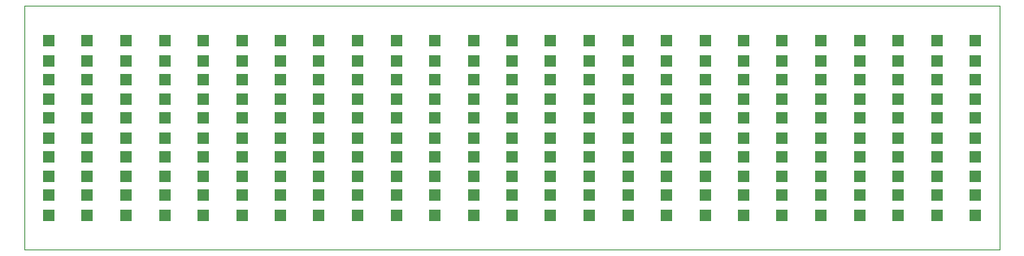
<source format=gtp>
G75*
G70*
%OFA0B0*%
%FSLAX24Y24*%
%IPPOS*%
%LPD*%
%AMOC8*
5,1,8,0,0,1.08239X$1,22.5*
%
%ADD10C,0.0000*%
%ADD11R,0.0472X0.0472*%
D10*
X000150Y000175D02*
X000150Y010175D01*
X040150Y010175D01*
X040150Y000175D01*
X000150Y000175D01*
D11*
X001150Y001595D03*
X002733Y001595D03*
X004317Y001595D03*
X005900Y001595D03*
X007483Y001595D03*
X009067Y001595D03*
X010650Y001595D03*
X012233Y001595D03*
X013817Y001595D03*
X015400Y001595D03*
X016983Y001595D03*
X018567Y001595D03*
X020150Y001595D03*
X021733Y001595D03*
X023317Y001595D03*
X024900Y001595D03*
X026483Y001595D03*
X028067Y001595D03*
X029650Y001595D03*
X031233Y001595D03*
X032817Y001595D03*
X034400Y001595D03*
X035983Y001595D03*
X037567Y001595D03*
X039150Y001595D03*
X039150Y002422D03*
X037567Y002422D03*
X035983Y002422D03*
X034400Y002422D03*
X032817Y002422D03*
X031233Y002422D03*
X029650Y002422D03*
X028067Y002422D03*
X026483Y002422D03*
X024900Y002422D03*
X023317Y002422D03*
X021733Y002422D03*
X020150Y002422D03*
X018567Y002422D03*
X016983Y002422D03*
X015400Y002422D03*
X013817Y002422D03*
X012233Y002422D03*
X010650Y002422D03*
X009067Y002422D03*
X007483Y002422D03*
X005900Y002422D03*
X004317Y002422D03*
X002733Y002422D03*
X001150Y002422D03*
X001150Y003178D03*
X002733Y003178D03*
X004317Y003178D03*
X005900Y003178D03*
X007483Y003178D03*
X009067Y003178D03*
X010650Y003178D03*
X012233Y003178D03*
X013817Y003178D03*
X015400Y003178D03*
X016983Y003178D03*
X018567Y003178D03*
X020150Y003178D03*
X021733Y003178D03*
X023317Y003178D03*
X024900Y003178D03*
X026483Y003178D03*
X028067Y003178D03*
X029650Y003178D03*
X031233Y003178D03*
X032817Y003178D03*
X034400Y003178D03*
X035983Y003178D03*
X037567Y003178D03*
X039150Y003178D03*
X039150Y004005D03*
X037567Y004005D03*
X035983Y004005D03*
X034400Y004005D03*
X032817Y004005D03*
X031233Y004005D03*
X029650Y004005D03*
X028067Y004005D03*
X026483Y004005D03*
X024900Y004005D03*
X023317Y004005D03*
X021733Y004005D03*
X020150Y004005D03*
X018567Y004005D03*
X016983Y004005D03*
X015400Y004005D03*
X013817Y004005D03*
X012233Y004005D03*
X010650Y004005D03*
X009067Y004005D03*
X007483Y004005D03*
X005900Y004005D03*
X004317Y004005D03*
X002733Y004005D03*
X001150Y004005D03*
X001150Y004762D03*
X002733Y004762D03*
X004317Y004762D03*
X005900Y004762D03*
X007483Y004762D03*
X009067Y004762D03*
X010650Y004762D03*
X012233Y004762D03*
X013817Y004762D03*
X015400Y004762D03*
X016983Y004762D03*
X018567Y004762D03*
X020150Y004762D03*
X021733Y004762D03*
X023317Y004762D03*
X024900Y004762D03*
X026483Y004762D03*
X028067Y004762D03*
X029650Y004762D03*
X031233Y004762D03*
X032817Y004762D03*
X034400Y004762D03*
X035983Y004762D03*
X037567Y004762D03*
X039150Y004762D03*
X039150Y005588D03*
X037567Y005588D03*
X035983Y005588D03*
X034400Y005588D03*
X032817Y005588D03*
X031233Y005588D03*
X029650Y005588D03*
X028067Y005588D03*
X026483Y005588D03*
X024900Y005588D03*
X023317Y005588D03*
X021733Y005588D03*
X020150Y005588D03*
X018567Y005588D03*
X016983Y005588D03*
X015400Y005588D03*
X013817Y005588D03*
X012233Y005588D03*
X010650Y005588D03*
X009067Y005588D03*
X007483Y005588D03*
X005900Y005588D03*
X004317Y005588D03*
X002733Y005588D03*
X001150Y005588D03*
X001150Y006345D03*
X002733Y006345D03*
X004317Y006345D03*
X005900Y006345D03*
X007483Y006345D03*
X009067Y006345D03*
X010650Y006345D03*
X012233Y006345D03*
X013817Y006345D03*
X015400Y006345D03*
X016983Y006345D03*
X018567Y006345D03*
X020150Y006345D03*
X021733Y006345D03*
X023317Y006345D03*
X024900Y006345D03*
X026483Y006345D03*
X028067Y006345D03*
X029650Y006345D03*
X031233Y006345D03*
X032817Y006345D03*
X034400Y006345D03*
X035983Y006345D03*
X037567Y006345D03*
X039150Y006345D03*
X039150Y007172D03*
X037567Y007172D03*
X035983Y007172D03*
X034400Y007172D03*
X032817Y007172D03*
X031233Y007172D03*
X029650Y007172D03*
X028067Y007172D03*
X026483Y007172D03*
X024900Y007172D03*
X023317Y007172D03*
X021733Y007172D03*
X020150Y007172D03*
X018567Y007172D03*
X016983Y007172D03*
X015400Y007172D03*
X013817Y007172D03*
X012233Y007172D03*
X010650Y007172D03*
X009067Y007172D03*
X007483Y007172D03*
X005900Y007172D03*
X004317Y007172D03*
X002733Y007172D03*
X001150Y007172D03*
X001150Y007928D03*
X002733Y007928D03*
X004317Y007928D03*
X005900Y007928D03*
X007483Y007928D03*
X009067Y007928D03*
X010650Y007928D03*
X012233Y007928D03*
X013817Y007928D03*
X015400Y007928D03*
X016983Y007928D03*
X018567Y007928D03*
X020150Y007928D03*
X021733Y007928D03*
X023317Y007928D03*
X024900Y007928D03*
X026483Y007928D03*
X028067Y007928D03*
X029650Y007928D03*
X031233Y007928D03*
X032817Y007928D03*
X034400Y007928D03*
X035983Y007928D03*
X037567Y007928D03*
X039150Y007928D03*
X039150Y008755D03*
X037567Y008755D03*
X035983Y008755D03*
X034400Y008755D03*
X032817Y008755D03*
X031233Y008755D03*
X029650Y008755D03*
X028067Y008755D03*
X026483Y008755D03*
X024900Y008755D03*
X023317Y008755D03*
X021733Y008755D03*
X020150Y008755D03*
X018567Y008755D03*
X016983Y008755D03*
X015400Y008755D03*
X013817Y008755D03*
X012233Y008755D03*
X010650Y008755D03*
X009067Y008755D03*
X007483Y008755D03*
X005900Y008755D03*
X004317Y008755D03*
X002733Y008755D03*
X001150Y008755D03*
M02*

</source>
